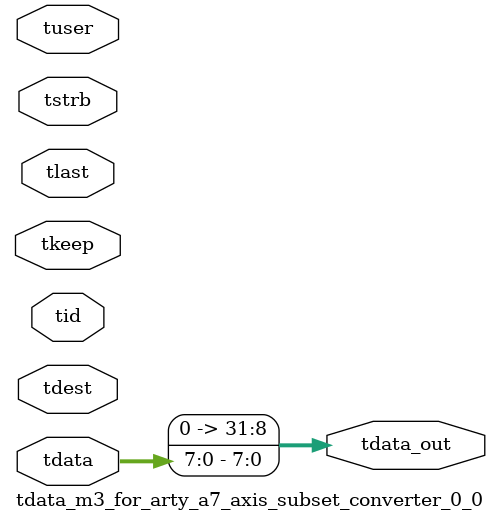
<source format=v>


`timescale 1ps/1ps

module tdata_m3_for_arty_a7_axis_subset_converter_0_0 #
(
parameter C_S_AXIS_TDATA_WIDTH = 32,
parameter C_S_AXIS_TUSER_WIDTH = 0,
parameter C_S_AXIS_TID_WIDTH   = 0,
parameter C_S_AXIS_TDEST_WIDTH = 0,
parameter C_M_AXIS_TDATA_WIDTH = 32
)
(
input  [(C_S_AXIS_TDATA_WIDTH == 0 ? 1 : C_S_AXIS_TDATA_WIDTH)-1:0     ] tdata,
input  [(C_S_AXIS_TUSER_WIDTH == 0 ? 1 : C_S_AXIS_TUSER_WIDTH)-1:0     ] tuser,
input  [(C_S_AXIS_TID_WIDTH   == 0 ? 1 : C_S_AXIS_TID_WIDTH)-1:0       ] tid,
input  [(C_S_AXIS_TDEST_WIDTH == 0 ? 1 : C_S_AXIS_TDEST_WIDTH)-1:0     ] tdest,
input  [(C_S_AXIS_TDATA_WIDTH/8)-1:0 ] tkeep,
input  [(C_S_AXIS_TDATA_WIDTH/8)-1:0 ] tstrb,
input                                                                    tlast,
output [C_M_AXIS_TDATA_WIDTH-1:0] tdata_out
);

assign tdata_out = {16'b0000000000000000,tdata[7:0]};

endmodule


</source>
